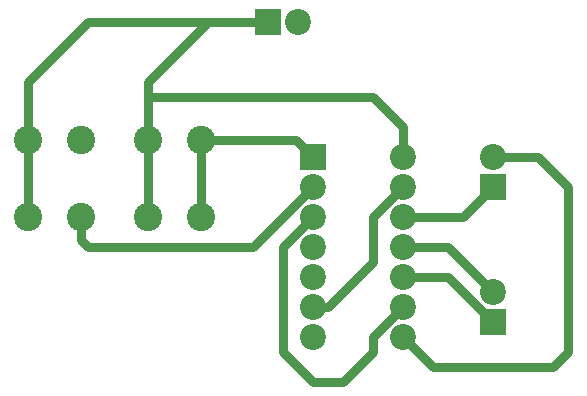
<source format=gbr>
G04 #@! TF.FileFunction,Copper,L2,Bot,Signal*
%FSLAX46Y46*%
G04 Gerber Fmt 4.6, Leading zero omitted, Abs format (unit mm)*
G04 Created by KiCad (PCBNEW 4.0.7) date 02/04/19 22:31:31*
%MOMM*%
%LPD*%
G01*
G04 APERTURE LIST*
%ADD10C,0.100000*%
%ADD11R,2.200000X2.200000*%
%ADD12C,2.200000*%
%ADD13C,2.400000*%
%ADD14C,0.800000*%
G04 APERTURE END LIST*
D10*
D11*
X193040000Y-102870000D03*
D12*
X193040000Y-100330000D03*
D11*
X193040000Y-91440000D03*
D12*
X193040000Y-88900000D03*
D11*
X173990000Y-77470000D03*
D12*
X176530000Y-77470000D03*
D13*
X168330000Y-93980000D03*
X163830000Y-93980000D03*
X168330000Y-87480000D03*
X163830000Y-87480000D03*
X158170000Y-93980000D03*
X153670000Y-93980000D03*
X158170000Y-87480000D03*
X153670000Y-87480000D03*
D11*
X177800000Y-88900000D03*
D12*
X185420000Y-104140000D03*
X177800000Y-91440000D03*
X185420000Y-101600000D03*
X177800000Y-93980000D03*
X185420000Y-99060000D03*
X177800000Y-96520000D03*
X185420000Y-96520000D03*
X177800000Y-99060000D03*
X185420000Y-93980000D03*
X177800000Y-101600000D03*
X185420000Y-91440000D03*
X177800000Y-104140000D03*
X185420000Y-88900000D03*
D14*
X185420000Y-99060000D02*
X189230000Y-99060000D01*
X189230000Y-99060000D02*
X193040000Y-102870000D01*
X185420000Y-96520000D02*
X189230000Y-96520000D01*
X189230000Y-96520000D02*
X193040000Y-100330000D01*
X185420000Y-93980000D02*
X190500000Y-93980000D01*
X190500000Y-93980000D02*
X193040000Y-91440000D01*
X193040000Y-88900000D02*
X196850000Y-88900000D01*
X187960000Y-106680000D02*
X185420000Y-104140000D01*
X198120000Y-106680000D02*
X187960000Y-106680000D01*
X199390000Y-105410000D02*
X198120000Y-106680000D01*
X199390000Y-91440000D02*
X199390000Y-105410000D01*
X196850000Y-88900000D02*
X199390000Y-91440000D01*
X185420000Y-88900000D02*
X185420000Y-86360000D01*
X185420000Y-86360000D02*
X182880000Y-83820000D01*
X182880000Y-83820000D02*
X163830000Y-83820000D01*
X168910000Y-77470000D02*
X170180000Y-77470000D01*
X163830000Y-87480000D02*
X163830000Y-93980000D01*
X153670000Y-87480000D02*
X153670000Y-93980000D01*
X163830000Y-87480000D02*
X163830000Y-83820000D01*
X163830000Y-83820000D02*
X163830000Y-82550000D01*
X163830000Y-82550000D02*
X168910000Y-77470000D01*
X153670000Y-87480000D02*
X153670000Y-82550000D01*
X158750000Y-77470000D02*
X168910000Y-77470000D01*
X168910000Y-77470000D02*
X170180000Y-77470000D01*
X170180000Y-77470000D02*
X173990000Y-77470000D01*
X153670000Y-82550000D02*
X158750000Y-77470000D01*
X168330000Y-93980000D02*
X168330000Y-87480000D01*
X168330000Y-87480000D02*
X176380000Y-87480000D01*
X176380000Y-87480000D02*
X177800000Y-88900000D01*
X158170000Y-93980000D02*
X158170000Y-95940000D01*
X172720000Y-96520000D02*
X177800000Y-91440000D01*
X158750000Y-96520000D02*
X172720000Y-96520000D01*
X158170000Y-95940000D02*
X158750000Y-96520000D01*
X182880000Y-104140000D02*
X185420000Y-101600000D01*
X182880000Y-105410000D02*
X182880000Y-104140000D01*
X180340000Y-107950000D02*
X182880000Y-105410000D01*
X177800000Y-107950000D02*
X180340000Y-107950000D01*
X175260000Y-105410000D02*
X177800000Y-107950000D01*
X175260000Y-96520000D02*
X175260000Y-105410000D01*
X177800000Y-93980000D02*
X175260000Y-96520000D01*
X177800000Y-101600000D02*
X179070000Y-101600000D01*
X179070000Y-101600000D02*
X182880000Y-97790000D01*
X182880000Y-97790000D02*
X182880000Y-93980000D01*
X182880000Y-93980000D02*
X185420000Y-91440000D01*
M02*

</source>
